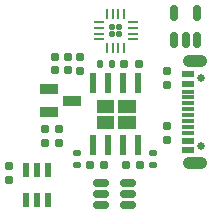
<source format=gtp>
%TF.GenerationSoftware,KiCad,Pcbnew,8.0.3*%
%TF.CreationDate,2025-02-27T13:02:28-06:00*%
%TF.ProjectId,HearingAid_Left,48656172-696e-4674-9169-645f4c656674,rev?*%
%TF.SameCoordinates,Original*%
%TF.FileFunction,Paste,Top*%
%TF.FilePolarity,Positive*%
%FSLAX46Y46*%
G04 Gerber Fmt 4.6, Leading zero omitted, Abs format (unit mm)*
G04 Created by KiCad (PCBNEW 8.0.3) date 2025-02-27 13:02:28*
%MOMM*%
%LPD*%
G01*
G04 APERTURE LIST*
G04 Aperture macros list*
%AMRoundRect*
0 Rectangle with rounded corners*
0 $1 Rounding radius*
0 $2 $3 $4 $5 $6 $7 $8 $9 X,Y pos of 4 corners*
0 Add a 4 corners polygon primitive as box body*
4,1,4,$2,$3,$4,$5,$6,$7,$8,$9,$2,$3,0*
0 Add four circle primitives for the rounded corners*
1,1,$1+$1,$2,$3*
1,1,$1+$1,$4,$5*
1,1,$1+$1,$6,$7*
1,1,$1+$1,$8,$9*
0 Add four rect primitives between the rounded corners*
20,1,$1+$1,$2,$3,$4,$5,0*
20,1,$1+$1,$4,$5,$6,$7,0*
20,1,$1+$1,$6,$7,$8,$9,0*
20,1,$1+$1,$8,$9,$2,$3,0*%
G04 Aperture macros list end*
%ADD10C,0.010000*%
%ADD11RoundRect,0.155000X-0.155000X0.212500X-0.155000X-0.212500X0.155000X-0.212500X0.155000X0.212500X0*%
%ADD12RoundRect,0.160000X-0.160000X0.197500X-0.160000X-0.197500X0.160000X-0.197500X0.160000X0.197500X0*%
%ADD13RoundRect,0.160000X0.197500X0.160000X-0.197500X0.160000X-0.197500X-0.160000X0.197500X-0.160000X0*%
%ADD14RoundRect,0.150000X0.512500X0.150000X-0.512500X0.150000X-0.512500X-0.150000X0.512500X-0.150000X0*%
%ADD15R,0.590000X1.210000*%
%ADD16R,0.600000X1.800000*%
%ADD17RoundRect,0.160000X-0.197500X-0.160000X0.197500X-0.160000X0.197500X0.160000X-0.197500X0.160000X0*%
%ADD18RoundRect,0.125000X0.125000X-0.125000X0.125000X0.125000X-0.125000X0.125000X-0.125000X-0.125000X0*%
%ADD19RoundRect,0.062500X0.062500X-0.350000X0.062500X0.350000X-0.062500X0.350000X-0.062500X-0.350000X0*%
%ADD20RoundRect,0.062500X0.350000X-0.062500X0.350000X0.062500X-0.350000X0.062500X-0.350000X-0.062500X0*%
%ADD21RoundRect,0.150000X0.150000X-0.512500X0.150000X0.512500X-0.150000X0.512500X-0.150000X-0.512500X0*%
%ADD22RoundRect,0.160000X0.160000X-0.197500X0.160000X0.197500X-0.160000X0.197500X-0.160000X-0.197500X0*%
%ADD23C,0.650000*%
%ADD24R,1.140000X0.600000*%
%ADD25R,1.140000X0.300000*%
%ADD26O,2.100000X1.050000*%
%ADD27RoundRect,0.155000X0.155000X-0.212500X0.155000X0.212500X-0.155000X0.212500X-0.155000X-0.212500X0*%
%ADD28RoundRect,0.147500X0.172500X-0.147500X0.172500X0.147500X-0.172500X0.147500X-0.172500X-0.147500X0*%
%ADD29RoundRect,0.135000X0.135000X0.185000X-0.135000X0.185000X-0.135000X-0.185000X0.135000X-0.185000X0*%
%ADD30R,1.600200X0.863600*%
G04 APERTURE END LIST*
D10*
%TO.C,U3*%
X101455000Y-35936200D02*
X100055000Y-35936200D01*
X100055000Y-34936200D01*
X101455000Y-34936200D01*
X101455000Y-35936200D01*
G36*
X101455000Y-35936200D02*
G01*
X100055000Y-35936200D01*
X100055000Y-34936200D01*
X101455000Y-34936200D01*
X101455000Y-35936200D01*
G37*
X101455000Y-37336200D02*
X100055000Y-37336200D01*
X100055000Y-36336200D01*
X101455000Y-36336200D01*
X101455000Y-37336200D01*
G36*
X101455000Y-37336200D02*
G01*
X100055000Y-37336200D01*
X100055000Y-36336200D01*
X101455000Y-36336200D01*
X101455000Y-37336200D01*
G37*
X103255000Y-35936200D02*
X101855000Y-35936200D01*
X101855000Y-34936200D01*
X103255000Y-34936200D01*
X103255000Y-35936200D01*
G36*
X103255000Y-35936200D02*
G01*
X101855000Y-35936200D01*
X101855000Y-34936200D01*
X103255000Y-34936200D01*
X103255000Y-35936200D01*
G37*
X103255000Y-37336200D02*
X101855000Y-37336200D01*
X101855000Y-36336200D01*
X103255000Y-36336200D01*
X103255000Y-37336200D01*
G36*
X103255000Y-37336200D02*
G01*
X101855000Y-37336200D01*
X101855000Y-36336200D01*
X103255000Y-36336200D01*
X103255000Y-37336200D01*
G37*
%TD*%
D11*
%TO.C,C9*%
X96850000Y-37442500D03*
X96850000Y-38577500D03*
%TD*%
D12*
%TO.C,R9*%
X95700000Y-37400000D03*
X95700000Y-38595000D03*
%TD*%
D13*
%TO.C,R6*%
X103590000Y-31860000D03*
X102395000Y-31860000D03*
%TD*%
D14*
%TO.C,Q2*%
X102695000Y-43870000D03*
X102695000Y-42920000D03*
X102695000Y-41970000D03*
X100420000Y-41970000D03*
X100420000Y-42920000D03*
X100420000Y-43870000D03*
%TD*%
D15*
%TO.C,U4*%
X94030000Y-43410000D03*
X94980000Y-43410000D03*
X95930000Y-43410000D03*
X95930000Y-40900000D03*
X94980000Y-40900000D03*
X94030000Y-40900000D03*
%TD*%
D16*
%TO.C,U3*%
X103560000Y-33520000D03*
X102290000Y-33520000D03*
X101020000Y-33520000D03*
X99750000Y-33520000D03*
X99750000Y-38752400D03*
X101020000Y-38752400D03*
X102290000Y-38752400D03*
X103560000Y-38752400D03*
%TD*%
D17*
%TO.C,R5*%
X99485000Y-40420000D03*
X100680000Y-40420000D03*
%TD*%
D18*
%TO.C,U2*%
X101332500Y-29380000D03*
X101952500Y-29380000D03*
X101332500Y-28760000D03*
X101952500Y-28760000D03*
D19*
X100892500Y-30507500D03*
X101392500Y-30507500D03*
X101892500Y-30507500D03*
X102392500Y-30507500D03*
D20*
X103080000Y-29820000D03*
X103080000Y-29320000D03*
X103080000Y-28820000D03*
X103080000Y-28320000D03*
D19*
X102392500Y-27632500D03*
X101892500Y-27632500D03*
X101392500Y-27632500D03*
X100892500Y-27632500D03*
D20*
X100205000Y-28320000D03*
X100205000Y-28820000D03*
X100205000Y-29320000D03*
X100205000Y-29820000D03*
%TD*%
D21*
%TO.C,U1*%
X106630000Y-29870000D03*
X107580000Y-29870000D03*
X108530000Y-29870000D03*
X108530000Y-27595000D03*
X106630000Y-27595000D03*
%TD*%
D22*
%TO.C,R3*%
X105960000Y-33647500D03*
X105960000Y-32452500D03*
%TD*%
%TO.C,R1*%
X98660000Y-32467500D03*
X98660000Y-31272500D03*
%TD*%
D13*
%TO.C,R4*%
X103717500Y-40420000D03*
X102522500Y-40420000D03*
%TD*%
D23*
%TO.C,J1*%
X108890000Y-38870000D03*
X108890000Y-33090000D03*
D24*
X107820000Y-39180000D03*
X107820000Y-38380000D03*
D25*
X107820000Y-37230000D03*
X107820000Y-36230000D03*
X107820000Y-35730000D03*
X107820000Y-34730000D03*
D24*
X107820000Y-32780000D03*
X107820000Y-33580000D03*
D25*
X107820000Y-34230000D03*
X107820000Y-35230000D03*
X107820000Y-36730000D03*
X107820000Y-37730000D03*
D26*
X108390000Y-40300000D03*
X108390000Y-31660000D03*
%TD*%
D27*
%TO.C,C1*%
X96480000Y-32430000D03*
X96480000Y-31295000D03*
%TD*%
%TO.C,C2*%
X97580000Y-32437500D03*
X97580000Y-31302500D03*
%TD*%
D28*
%TO.C,D1*%
X98380000Y-40420000D03*
X98380000Y-39450000D03*
%TD*%
D22*
%TO.C,R2*%
X105990000Y-38367500D03*
X105990000Y-37172500D03*
%TD*%
D29*
%TO.C,R10*%
X101335000Y-31876200D03*
X100315000Y-31876200D03*
%TD*%
D28*
%TO.C,D2*%
X104840000Y-40430000D03*
X104840000Y-39460000D03*
%TD*%
D30*
%TO.C,Q1*%
X95970000Y-34049999D03*
X95970000Y-35950001D03*
X97981000Y-35000000D03*
%TD*%
D22*
%TO.C,R7*%
X92610000Y-41750000D03*
X92610000Y-40555000D03*
%TD*%
M02*

</source>
